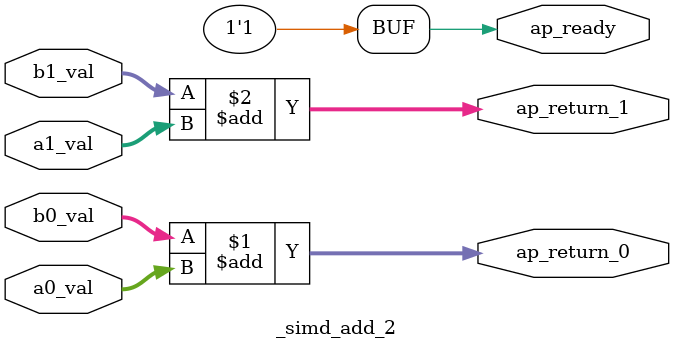
<source format=v>
`timescale 1ns/1ps

(* use_dsp = "simd" *)
(* use_simd = "four12" *)
(* use_mult = "none" *)
(* dont_touch = "true" *)
module _simd_add_4 (
        ap_ready,
        a0_val,
        b0_val,
        a1_val,
        b1_val,
        a2_val,
        b2_val,
        a3_val,
        b3_val,
        ap_return_0,
        ap_return_1,
        ap_return_2,
        ap_return_3
);

output   ap_ready;
input  [11:0] a0_val;
input  [11:0] b0_val;
input  [11:0] a1_val;
input  [11:0] b1_val;
input  [11:0] a2_val;
input  [11:0] b2_val;
input  [11:0] a3_val;
input  [11:0] b3_val;
output  [11:0] ap_return_0;
output  [11:0] ap_return_1;
output  [11:0] ap_return_2;
output  [11:0] ap_return_3;

assign ap_return_0 = (b0_val + a0_val);
assign ap_return_1 = (b1_val + a1_val);
assign ap_return_2 = (b2_val + a2_val);
assign ap_return_3 = (b3_val + a3_val);

assign ap_ready = 1'b1;

endmodule //_simd_add_4

(* use_dsp = "simd" *)
(* use_simd = "two24" *)
(* use_mult = "none" *)
(* dont_touch = "true" *)
module _simd_add_2 (
        ap_ready,
        a0_val,
        b0_val,
        a1_val,
        b1_val,
        ap_return_0,
        ap_return_1,
);

output   ap_ready;
input  [23:0] a0_val;
input  [23:0] b0_val;
input  [23:0] a1_val;
input  [23:0] b1_val;
output  [23:0] ap_return_0;
output  [23:0] ap_return_1;

assign ap_return_0 = (b0_val + a0_val);
assign ap_return_1 = (b1_val + a1_val);

assign ap_ready = 1'b1;

endmodule //_simd_add_2

</source>
